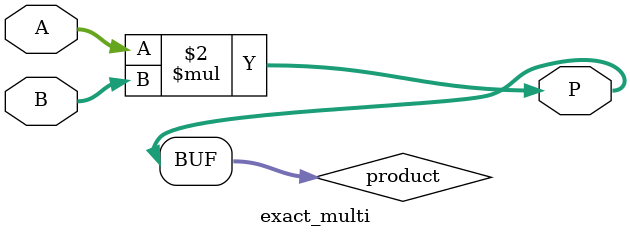
<source format=v>
`timescale 1ns / 1ps


module exact_multi(
input [7:0] A,
 input [7:0] B,
 output [15:0] P
    );
    
  reg [15:0] product;
  always @* begin
    product = A * B;
  end
  assign P = product;
endmodule

</source>
